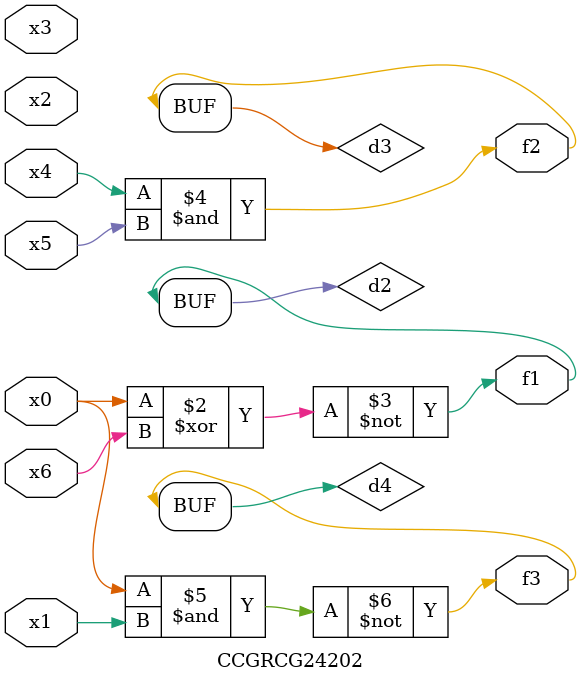
<source format=v>
module CCGRCG24202(
	input x0, x1, x2, x3, x4, x5, x6,
	output f1, f2, f3
);

	wire d1, d2, d3, d4;

	nor (d1, x0);
	xnor (d2, x0, x6);
	and (d3, x4, x5);
	nand (d4, x0, x1);
	assign f1 = d2;
	assign f2 = d3;
	assign f3 = d4;
endmodule

</source>
